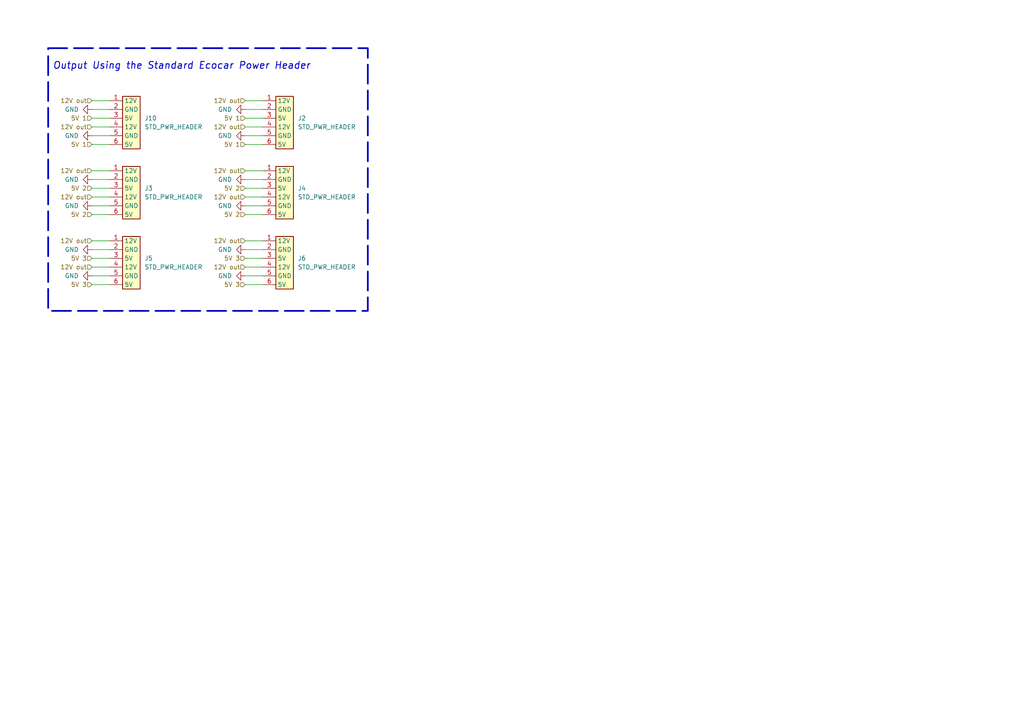
<source format=kicad_sch>
(kicad_sch (version 20230121) (generator eeschema)
  (paper "A4")
  (lib_symbols
    (symbol "BattPart:STD_PWR_HEADER"
      (property "Reference" "J" (at 2.54 8.89 0))
      (property "Value" "STD_PWR_HEADER" (at 0 -10.16 0))
      (symbol "STD_PWR_HEADER_1_1"
        (rectangle (start 1.27 7.62) (end 6.35 -7.62) (stroke (width 0.254)) (fill (type background)))
        (pin passive line (at -2.54 6.35 0) (length 3.81) (name "12V") (number "1"))
        (pin passive line (at -2.54 3.81 0) (length 3.81) (name "GND") (number "2"))
        (pin passive line (at -2.54 1.27 0) (length 3.81) (name "5V") (number "3"))
        (pin passive line (at -2.54 -1.27 0) (length 3.81) (name "12V") (number "4"))
        (pin passive line (at -2.54 -3.81 0) (length 3.81) (name "GND") (number "5"))
        (pin passive line (at -2.54 -6.35 0) (length 3.81) (name "5V") (number "6"))
      )
    )
    (symbol "power:GND" (power) (pin_names (offset 0))
      (property "Value" "GND" (at 0 -3.81 0))
      (symbol "GND_0_1"
        (polyline (pts (xy 0 0) (xy 0 -1.27) (xy 1.27 -1.27) (xy 0 -2.54) (xy -1.27 -1.27) (xy 0 -1.27)))
      )
      (symbol "GND_1_1"
        (pin power_in line (at 0 0 270) (length 0) hide (name "GND") (number "1"))
      )
    )
  )
  (wire (pts (xy 26.67 41.91) (xy 31.75 41.91)))
  (wire (pts (xy 71.12 34.29) (xy 76.2 34.29)))
  (wire (pts (xy 71.12 72.39) (xy 76.2 72.39)))
  (wire (pts (xy 26.67 69.85) (xy 31.75 69.85)))
  (wire (pts (xy 71.12 54.61) (xy 76.2 54.61)))
  (wire (pts (xy 26.67 59.69) (xy 31.75 59.69)))
  (wire (pts (xy 26.67 36.83) (xy 31.75 36.83)))
  (wire (pts (xy 26.67 31.75) (xy 31.75 31.75)))
  (wire (pts (xy 26.67 62.23) (xy 31.75 62.23)))
  (wire (pts (xy 71.12 39.37) (xy 76.2 39.37)))
  (wire (pts (xy 71.12 74.93) (xy 76.2 74.93)))
  (wire (pts (xy 71.12 62.23) (xy 76.2 62.23)))
  (wire (pts (xy 71.12 29.21) (xy 76.2 29.21)))
  (wire (pts (xy 26.67 34.29) (xy 31.75 34.29)))
  (wire (pts (xy 26.67 29.21) (xy 31.75 29.21)))
  (wire (pts (xy 71.12 52.07) (xy 76.2 52.07)))
  (wire (pts (xy 26.67 77.47) (xy 31.75 77.47)))
  (wire (pts (xy 26.67 54.61) (xy 31.75 54.61)))
  (wire (pts (xy 26.67 72.39) (xy 31.75 72.39)))
  (wire (pts (xy 26.67 52.07) (xy 31.75 52.07)))
  (wire (pts (xy 71.12 82.55) (xy 76.2 82.55)))
  (wire (pts (xy 71.12 77.47) (xy 76.2 77.47)))
  (wire (pts (xy 71.12 31.75) (xy 76.2 31.75)))
  (wire (pts (xy 26.67 74.93) (xy 31.75 74.93)))
  (wire (pts (xy 71.12 49.53) (xy 76.2 49.53)))
  (wire (pts (xy 26.67 80.01) (xy 31.75 80.01)))
  (wire (pts (xy 26.67 49.53) (xy 31.75 49.53)))
  (wire (pts (xy 71.12 80.01) (xy 76.2 80.01)))
  (wire (pts (xy 26.67 57.15) (xy 31.75 57.15)))
  (wire (pts (xy 71.12 57.15) (xy 76.2 57.15)))
  (wire (pts (xy 71.12 41.91) (xy 76.2 41.91)))
  (wire (pts (xy 26.67 82.55) (xy 31.75 82.55)))
  (wire (pts (xy 71.12 36.83) (xy 76.2 36.83)))
  (wire (pts (xy 71.12 59.69) (xy 76.2 59.69)))
  (wire (pts (xy 26.67 39.37) (xy 31.75 39.37)))
  (wire (pts (xy 71.12 69.85) (xy 76.2 69.85)))
  (rectangle (start 13.97 13.97) (end 106.68 90.17) (stroke (width 0.5) (type dash)))
  (text "Output Using the Standard Ecocar Power Header" (at 15.24 20.32 0) (effects (font (size 2 2) (thickness 0.254) bold italic) (justify left bottom)))
  (hierarchical_label "5V 3" (shape input) (at 71.12 74.93 180))
  (hierarchical_label "5V 1" (shape input) (at 71.12 41.91 180))
  (hierarchical_label "5V 2" (shape input) (at 71.12 54.61 180))
  (hierarchical_label "12V out" (shape input) (at 26.67 49.53 180))
  (hierarchical_label "12V out" (shape input) (at 71.12 49.53 180))
  (hierarchical_label "5V 2" (shape input) (at 26.67 54.61 180))
  (hierarchical_label "12V out" (shape input) (at 26.67 57.15 180))
  (hierarchical_label "12V out" (shape input) (at 26.67 29.21 180))
  (hierarchical_label "5V 3" (shape input) (at 71.12 82.55 180))
  (hierarchical_label "5V 1" (shape input) (at 71.12 34.29 180))
  (hierarchical_label "5V 3" (shape input) (at 26.67 82.55 180))
  (hierarchical_label "12V out" (shape input) (at 71.12 36.83 180))
  (hierarchical_label "12V out" (shape input) (at 71.12 29.21 180))
  (hierarchical_label "12V out" (shape input) (at 71.12 69.85 180))
  (hierarchical_label "5V 2" (shape input) (at 26.67 62.23 180))
  (hierarchical_label "5V 1" (shape input) (at 26.67 41.91 180))
  (hierarchical_label "5V 2" (shape input) (at 71.12 62.23 180))
  (hierarchical_label "12V out" (shape input) (at 71.12 77.47 180))
  (hierarchical_label "5V 3" (shape input) (at 26.67 74.93 180))
  (hierarchical_label "5V 1" (shape input) (at 26.67 34.29 180))
  (hierarchical_label "12V out" (shape input) (at 71.12 57.15 180))
  (hierarchical_label "12V out" (shape input) (at 26.67 69.85 180))
  (hierarchical_label "12V out" (shape input) (at 26.67 36.83 180))
  (hierarchical_label "12V out" (shape input) (at 26.67 77.47 180))
  (symbol (lib_id "power:GND") (at 71.12 59.69 270) (unit 1)
    (property "Reference" "#PWR050" (effects hide))
    (property "Value" "GND" (at 67.31 59.69 90) (effects (justify right)))
  )
  (symbol (lib_id "power:GND") (at 71.12 39.37 270) (unit 1)
    (property "Reference" "#PWR046" (effects hide))
    (property "Value" "GND" (at 67.31 39.37 90) (effects (justify right)))
  )
  (symbol (lib_id "BattPart:STD_PWR_HEADER") (at 34.29 76.2 0) (unit 1)
    (property "Reference" "J5" (at 41.91 74.93 0) (effects (justify left)))
    (property "Value" "STD_PWR_HEADER" (at 41.91 77.47 0) (effects (justify left)))
    (property "Footprint" "RB_FTP:STD_PWR_HEADER" (effects hide))
  )
  (symbol (lib_id "power:GND") (at 26.67 52.07 270) (unit 1)
    (property "Reference" "#PWR047" (effects hide))
    (property "Value" "GND" (at 22.86 52.07 90) (effects (justify right)))
  )
  (symbol (lib_id "BattPart:STD_PWR_HEADER") (at 34.29 35.56 0) (unit 1)
    (property "Reference" "J10" (at 41.91 34.29 0) (effects (justify left)))
    (property "Value" "STD_PWR_HEADER" (at 41.91 36.83 0) (effects (justify left)))
    (property "Footprint" "RB_FTP:STD_PWR_HEADER" (effects hide))
  )
  (symbol (lib_id "BattPart:STD_PWR_HEADER") (at 34.29 55.88 0) (unit 1)
    (property "Reference" "J3" (at 41.91 54.61 0) (effects (justify left)))
    (property "Value" "STD_PWR_HEADER" (at 41.91 57.15 0) (effects (justify left)))
    (property "Footprint" "RB_FTP:STD_PWR_HEADER" (effects hide))
  )
  (symbol (lib_id "power:GND") (at 71.12 52.07 270) (unit 1)
    (property "Reference" "#PWR049" (effects hide))
    (property "Value" "GND" (at 67.31 52.07 90) (effects (justify right)))
  )
  (symbol (lib_id "power:GND") (at 26.67 31.75 270) (unit 1)
    (property "Reference" "#PWR043" (effects hide))
    (property "Value" "GND" (at 22.86 31.75 90) (effects (justify right)))
  )
  (symbol (lib_id "power:GND") (at 26.67 80.01 270) (unit 1)
    (property "Reference" "#PWR052" (effects hide))
    (property "Value" "GND" (at 22.86 80.01 90) (effects (justify right)))
  )
  (symbol (lib_id "power:GND") (at 71.12 31.75 270) (unit 1)
    (property "Reference" "#PWR045" (effects hide))
    (property "Value" "GND" (at 67.31 31.75 90) (effects (justify right)))
  )
  (symbol (lib_id "power:GND") (at 26.67 39.37 270) (unit 1)
    (property "Reference" "#PWR044" (effects hide))
    (property "Value" "GND" (at 22.86 39.37 90) (effects (justify right)))
  )
  (symbol (lib_id "BattPart:STD_PWR_HEADER") (at 78.74 55.88 0) (unit 1)
    (property "Reference" "J4" (at 86.36 54.61 0) (effects (justify left)))
    (property "Value" "STD_PWR_HEADER" (at 86.36 57.15 0) (effects (justify left)))
    (property "Footprint" "RB_FTP:STD_PWR_HEADER" (effects hide))
  )
  (symbol (lib_id "power:GND") (at 26.67 59.69 270) (unit 1)
    (property "Reference" "#PWR048" (effects hide))
    (property "Value" "GND" (at 22.86 59.69 90) (effects (justify right)))
  )
  (symbol (lib_id "BattPart:STD_PWR_HEADER") (at 78.74 35.56 0) (unit 1)
    (property "Reference" "J2" (at 86.36 34.29 0) (effects (justify left)))
    (property "Value" "STD_PWR_HEADER" (at 86.36 36.83 0) (effects (justify left)))
    (property "Footprint" "RB_FTP:STD_PWR_HEADER" (effects hide))
  )
  (symbol (lib_id "power:GND") (at 26.67 72.39 270) (unit 1)
    (property "Reference" "#PWR051" (effects hide))
    (property "Value" "GND" (at 22.86 72.39 90) (effects (justify right)))
  )
  (symbol (lib_id "BattPart:STD_PWR_HEADER") (at 78.74 76.2 0) (unit 1)
    (property "Reference" "J6" (at 86.36 74.93 0) (effects (justify left)))
    (property "Value" "STD_PWR_HEADER" (at 86.36 77.47 0) (effects (justify left)))
    (property "Footprint" "RB_FTP:STD_PWR_HEADER" (effects hide))
  )
  (symbol (lib_id "power:GND") (at 71.12 72.39 270) (unit 1)
    (property "Reference" "#PWR053" (effects hide))
    (property "Value" "GND" (at 67.31 72.39 90) (effects (justify right)))
  )
  (symbol (lib_id "power:GND") (at 71.12 80.01 270) (unit 1)
    (property "Reference" "#PWR054" (effects hide))
    (property "Value" "GND" (at 67.31 80.01 90) (effects (justify right)))
  )
)
</source>
